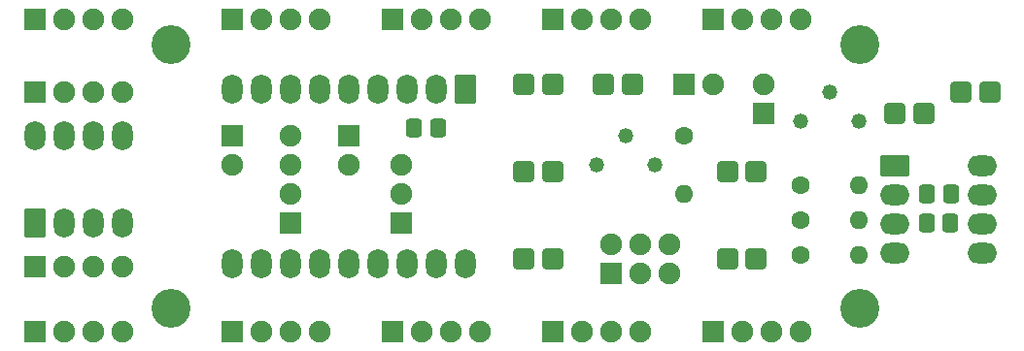
<source format=gbs>
G04 #@! TF.GenerationSoftware,KiCad,Pcbnew,8.0.5*
G04 #@! TF.CreationDate,2024-10-16T23:13:09+09:00*
G04 #@! TF.ProjectId,20240922_FV-1,32303234-3039-4323-925f-46562d312e6b,rev?*
G04 #@! TF.SameCoordinates,Original*
G04 #@! TF.FileFunction,Soldermask,Bot*
G04 #@! TF.FilePolarity,Negative*
%FSLAX46Y46*%
G04 Gerber Fmt 4.6, Leading zero omitted, Abs format (unit mm)*
G04 Created by KiCad (PCBNEW 8.0.5) date 2024-10-16 23:13:09*
%MOMM*%
%LPD*%
G01*
G04 APERTURE LIST*
G04 Aperture macros list*
%AMRoundRect*
0 Rectangle with rounded corners*
0 $1 Rounding radius*
0 $2 $3 $4 $5 $6 $7 $8 $9 X,Y pos of 4 corners*
0 Add a 4 corners polygon primitive as box body*
4,1,4,$2,$3,$4,$5,$6,$7,$8,$9,$2,$3,0*
0 Add four circle primitives for the rounded corners*
1,1,$1+$1,$2,$3*
1,1,$1+$1,$4,$5*
1,1,$1+$1,$6,$7*
1,1,$1+$1,$8,$9*
0 Add four rect primitives between the rounded corners*
20,1,$1+$1,$2,$3,$4,$5,0*
20,1,$1+$1,$4,$5,$6,$7,0*
20,1,$1+$1,$6,$7,$8,$9,0*
20,1,$1+$1,$8,$9,$2,$3,0*%
G04 Aperture macros list end*
%ADD10C,3.400000*%
%ADD11RoundRect,0.100000X0.850000X-0.850000X0.850000X0.850000X-0.850000X0.850000X-0.850000X-0.850000X0*%
%ADD12O,1.900000X1.900000*%
%ADD13RoundRect,0.281250X0.618750X0.618750X-0.618750X0.618750X-0.618750X-0.618750X0.618750X-0.618750X0*%
%ADD14RoundRect,0.100000X-1.200000X-0.800000X1.200000X-0.800000X1.200000X0.800000X-1.200000X0.800000X0*%
%ADD15O,2.600000X1.800000*%
%ADD16RoundRect,0.281250X-0.618750X-0.618750X0.618750X-0.618750X0.618750X0.618750X-0.618750X0.618750X0*%
%ADD17C,1.600000*%
%ADD18O,1.600000X1.600000*%
%ADD19C,1.320000*%
%ADD20RoundRect,0.100000X0.850000X0.850000X-0.850000X0.850000X-0.850000X-0.850000X0.850000X-0.850000X0*%
%ADD21RoundRect,0.100000X0.800000X-1.200000X0.800000X1.200000X-0.800000X1.200000X-0.800000X-1.200000X0*%
%ADD22O,1.800000X2.600000*%
%ADD23RoundRect,0.100000X-0.800000X1.200000X-0.800000X-1.200000X0.800000X-1.200000X0.800000X1.200000X0*%
%ADD24RoundRect,0.100000X-0.850000X-0.850000X0.850000X-0.850000X0.850000X0.850000X-0.850000X0.850000X0*%
%ADD25RoundRect,0.292553X0.394947X0.532447X-0.394947X0.532447X-0.394947X-0.532447X0.394947X-0.532447X0*%
%ADD26RoundRect,0.292553X-0.394947X-0.532447X0.394947X-0.532447X0.394947X0.532447X-0.394947X0.532447X0*%
G04 APERTURE END LIST*
D10*
X185500000Y-106500000D03*
D11*
X113665000Y-87630000D03*
D12*
X116205000Y-87630000D03*
X118745000Y-87630000D03*
X121285000Y-87630000D03*
D10*
X125500000Y-83500000D03*
D13*
X176490000Y-94615000D03*
X173990000Y-94615000D03*
D14*
X188595000Y-94107000D03*
D15*
X188595000Y-96647000D03*
X188595000Y-99187000D03*
X188595000Y-101727000D03*
X196215000Y-101727000D03*
X196215000Y-99187000D03*
X196215000Y-96647000D03*
X196215000Y-94107000D03*
D16*
X156257200Y-86995000D03*
X158757200Y-86995000D03*
D17*
X180340000Y-101854000D03*
D18*
X185420000Y-101854000D03*
D11*
X130810000Y-81280000D03*
D12*
X133350000Y-81280000D03*
X135890000Y-81280000D03*
X138430000Y-81280000D03*
D11*
X172720000Y-81280000D03*
D12*
X175260000Y-81280000D03*
X177800000Y-81280000D03*
X180340000Y-81280000D03*
D16*
X156250000Y-94615000D03*
X158750000Y-94615000D03*
D11*
X144780000Y-108585000D03*
D12*
X147320000Y-108585000D03*
X149860000Y-108585000D03*
X152400000Y-108585000D03*
D11*
X113665000Y-81280000D03*
D12*
X116205000Y-81280000D03*
X118745000Y-81280000D03*
X121285000Y-81280000D03*
D11*
X158750000Y-108585000D03*
D12*
X161290000Y-108585000D03*
X163830000Y-108585000D03*
X166370000Y-108585000D03*
D17*
X180340000Y-98806000D03*
D18*
X185420000Y-98806000D03*
D13*
X165695000Y-86995000D03*
X163195000Y-86995000D03*
X176490000Y-102235000D03*
X173990000Y-102235000D03*
X196850000Y-87630000D03*
X194350000Y-87630000D03*
D11*
X170180000Y-86995000D03*
D12*
X172720000Y-86995000D03*
D11*
X172720000Y-108585000D03*
D12*
X175260000Y-108585000D03*
X177800000Y-108585000D03*
X180340000Y-108585000D03*
D19*
X162560000Y-93980000D03*
X165100000Y-91440000D03*
X167640000Y-93980000D03*
D11*
X113665000Y-102870000D03*
D12*
X116205000Y-102870000D03*
X118745000Y-102870000D03*
X121285000Y-102870000D03*
D10*
X125500000Y-106500000D03*
D11*
X144780000Y-81280000D03*
D12*
X147320000Y-81280000D03*
X149860000Y-81280000D03*
X152400000Y-81280000D03*
D20*
X177165000Y-89535000D03*
D12*
X177165000Y-86995000D03*
D17*
X170180000Y-91440000D03*
D18*
X170180000Y-96520000D03*
D17*
X180340000Y-95758000D03*
D18*
X185420000Y-95758000D03*
D16*
X156250000Y-102235000D03*
X158750000Y-102235000D03*
D11*
X158750000Y-81280000D03*
D12*
X161290000Y-81280000D03*
X163830000Y-81280000D03*
X166370000Y-81280000D03*
D19*
X180340000Y-90170000D03*
X182880000Y-87630000D03*
X185420000Y-90170000D03*
D10*
X185500000Y-83500000D03*
D11*
X130810000Y-108585000D03*
D12*
X133350000Y-108585000D03*
X135890000Y-108585000D03*
X138430000Y-108585000D03*
D21*
X113665000Y-99060000D03*
D22*
X116205000Y-99060000D03*
X118745000Y-99060000D03*
X121285000Y-99060000D03*
X121285000Y-91440000D03*
X118745000Y-91440000D03*
X116205000Y-91440000D03*
X113665000Y-91440000D03*
D13*
X191095000Y-89535000D03*
X188595000Y-89535000D03*
D23*
X151130000Y-87376000D03*
D22*
X148590000Y-87376000D03*
X146050000Y-87376000D03*
X143510000Y-87376000D03*
X140970000Y-87376000D03*
X138430000Y-87376000D03*
X135890000Y-87376000D03*
X133350000Y-87376000D03*
X130810000Y-87376000D03*
X130810000Y-102616000D03*
X133350000Y-102616000D03*
X135890000Y-102616000D03*
X138430000Y-102616000D03*
X140970000Y-102616000D03*
X143510000Y-102616000D03*
X146050000Y-102616000D03*
X148590000Y-102616000D03*
X151130000Y-102616000D03*
D11*
X163830000Y-103505000D03*
D12*
X163830000Y-100965000D03*
X166370000Y-103505000D03*
X166370000Y-100965000D03*
X168910000Y-103505000D03*
X168910000Y-100965000D03*
D11*
X113665000Y-108585000D03*
D12*
X116205000Y-108585000D03*
X118745000Y-108585000D03*
X121285000Y-108585000D03*
D24*
X145542000Y-99060000D03*
D12*
X145542000Y-96520000D03*
X145542000Y-93980000D03*
D25*
X193421000Y-99060000D03*
X191346000Y-99060000D03*
X148760000Y-90805000D03*
X146685000Y-90805000D03*
D20*
X130810000Y-91440000D03*
D12*
X130810000Y-93980000D03*
D24*
X135890000Y-99060000D03*
D12*
X135890000Y-96520000D03*
X135890000Y-93980000D03*
X135890000Y-91440000D03*
D26*
X191389000Y-96520000D03*
X193464000Y-96520000D03*
D20*
X140970000Y-91440000D03*
D12*
X140970000Y-93980000D03*
M02*

</source>
